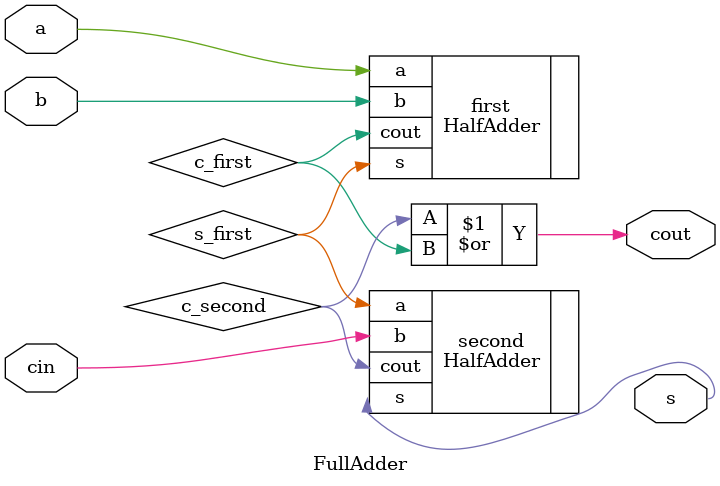
<source format=v>
`timescale 1ns / 1ps

module FullAdder(input a, input b, input cin, output s, output cout);
    wire s_first;
    wire c_first;
    wire c_second;
    HalfAdder first(.a(a), .b(b), .s(s_first), .cout(c_first));
    HalfAdder second(.a(s_first), .b(cin), .s(s), .cout(c_second));
    assign cout = c_second | c_first;
endmodule

</source>
